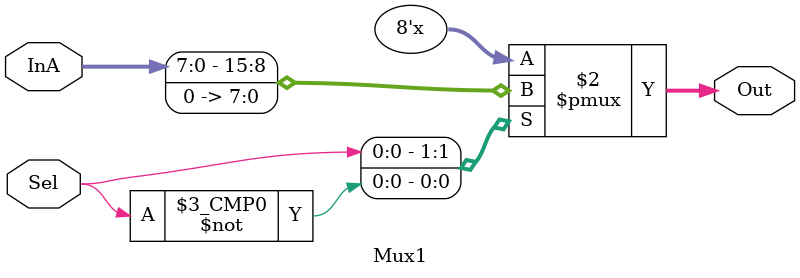
<source format=v>
module Mux1 #(parameter WIDTH=8) (
    input [WIDTH-1:0] InA,
    input Sel,
    output reg [WIDTH-1:0] Out);

    always @(*)
    begin
        case (Sel)
        1: Out = InA;
        0: Out = {WIDTH{1'b0}};
        default: Out = {WIDTH{1'bz}};
        endcase
    end
endmodule
</source>
